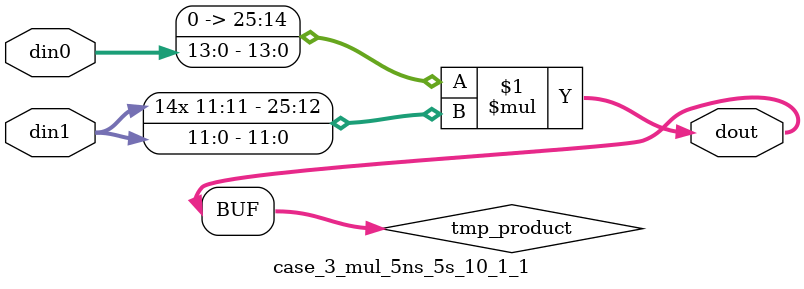
<source format=v>

`timescale 1 ns / 1 ps

 (* use_dsp = "no" *)  module case_3_mul_5ns_5s_10_1_1(din0, din1, dout);
parameter ID = 1;
parameter NUM_STAGE = 0;
parameter din0_WIDTH = 14;
parameter din1_WIDTH = 12;
parameter dout_WIDTH = 26;

input [din0_WIDTH - 1 : 0] din0; 
input [din1_WIDTH - 1 : 0] din1; 
output [dout_WIDTH - 1 : 0] dout;

wire signed [dout_WIDTH - 1 : 0] tmp_product;

























assign tmp_product = $signed({1'b0, din0}) * $signed(din1);










assign dout = tmp_product;





















endmodule

</source>
